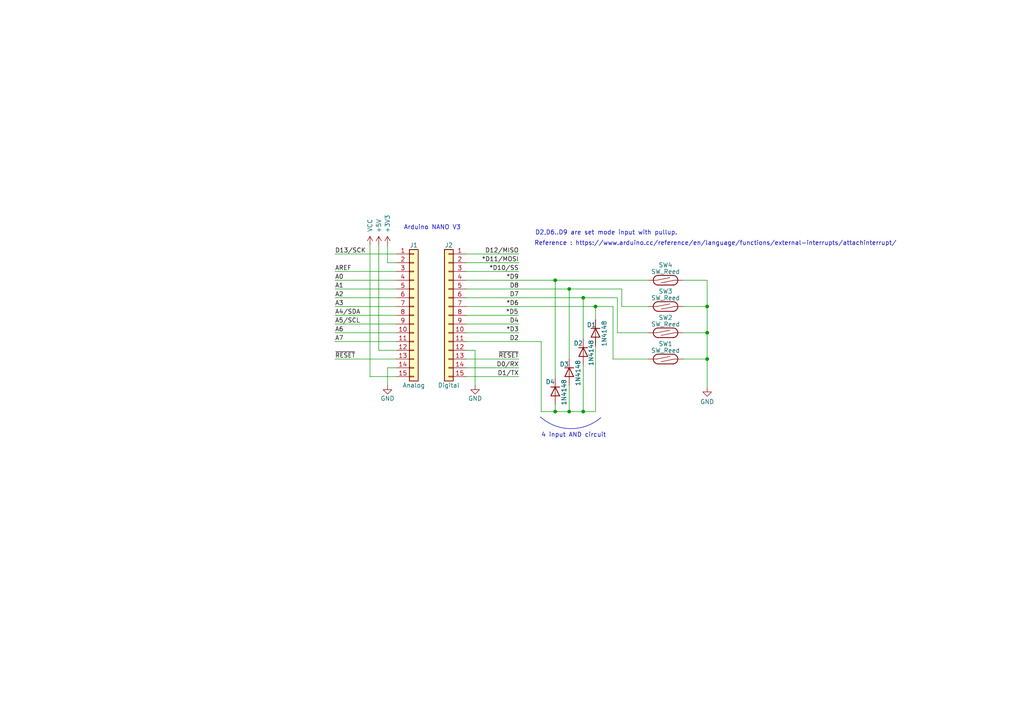
<source format=kicad_sch>
(kicad_sch (version 20230121) (generator eeschema)
  (paper "A4")
  (title_block (title "車輪の回転検出部分") (date "2023-05-19") (rev "0.01") (company "M.Horimoto @ YS Lab LLC"))
  (lib_symbols
    (symbol "Connector_Generic:Conn_01x15" (pin_names (offset 1.016) hide)
      (property "Reference" "J" (at 0 20.32 0))
      (property "Value" "Conn_01x15" (at 0 -20.32 0))
      (symbol "Conn_01x15_1_1"
        (rectangle (start -1.27 -17.653) (end 0 -17.907) (stroke (width 0.1524)))
        (rectangle (start -1.27 -15.113) (end 0 -15.367) (stroke (width 0.1524)))
        (rectangle (start -1.27 -12.573) (end 0 -12.827) (stroke (width 0.1524)))
        (rectangle (start -1.27 -10.033) (end 0 -10.287) (stroke (width 0.1524)))
        (rectangle (start -1.27 -7.493) (end 0 -7.747) (stroke (width 0.1524)))
        (rectangle (start -1.27 -4.953) (end 0 -5.207) (stroke (width 0.1524)))
        (rectangle (start -1.27 -2.413) (end 0 -2.667) (stroke (width 0.1524)))
        (rectangle (start -1.27 0.127) (end 0 -0.127) (stroke (width 0.1524)))
        (rectangle (start -1.27 2.667) (end 0 2.413) (stroke (width 0.1524)))
        (rectangle (start -1.27 5.207) (end 0 4.953) (stroke (width 0.1524)))
        (rectangle (start -1.27 7.747) (end 0 7.493) (stroke (width 0.1524)))
        (rectangle (start -1.27 10.287) (end 0 10.033) (stroke (width 0.1524)))
        (rectangle (start -1.27 12.827) (end 0 12.573) (stroke (width 0.1524)))
        (rectangle (start -1.27 15.367) (end 0 15.113) (stroke (width 0.1524)))
        (rectangle (start -1.27 17.907) (end 0 17.653) (stroke (width 0.1524)))
        (rectangle (start -1.27 19.05) (end 1.27 -19.05) (stroke (width 0.254)) (fill (type background)))
        (pin passive line (at -5.08 17.78 0) (length 3.81) (name "Pin_1") (number "1"))
        (pin passive line (at -5.08 -5.08 0) (length 3.81) (name "Pin_10") (number "10"))
        (pin passive line (at -5.08 -7.62 0) (length 3.81) (name "Pin_11") (number "11"))
        (pin passive line (at -5.08 -10.16 0) (length 3.81) (name "Pin_12") (number "12"))
        (pin passive line (at -5.08 -12.7 0) (length 3.81) (name "Pin_13") (number "13"))
        (pin passive line (at -5.08 -15.24 0) (length 3.81) (name "Pin_14") (number "14"))
        (pin passive line (at -5.08 -17.78 0) (length 3.81) (name "Pin_15") (number "15"))
        (pin passive line (at -5.08 15.24 0) (length 3.81) (name "Pin_2") (number "2"))
        (pin passive line (at -5.08 12.7 0) (length 3.81) (name "Pin_3") (number "3"))
        (pin passive line (at -5.08 10.16 0) (length 3.81) (name "Pin_4") (number "4"))
        (pin passive line (at -5.08 7.62 0) (length 3.81) (name "Pin_5") (number "5"))
        (pin passive line (at -5.08 5.08 0) (length 3.81) (name "Pin_6") (number "6"))
        (pin passive line (at -5.08 2.54 0) (length 3.81) (name "Pin_7") (number "7"))
        (pin passive line (at -5.08 0 0) (length 3.81) (name "Pin_8") (number "8"))
        (pin passive line (at -5.08 -2.54 0) (length 3.81) (name "Pin_9") (number "9"))
      )
    )
    (symbol "Diode:1N4148" (pin_numbers hide) (pin_names hide)
      (property "Reference" "D" (at 0 2.54 0))
      (property "Value" "1N4148" (at 0 -2.54 0))
      (symbol "1N4148_0_1"
        (polyline (pts (xy -1.27 1.27) (xy -1.27 -1.27)) (stroke (width 0.254)))
        (polyline (pts (xy 1.27 0) (xy -1.27 0)))
        (polyline (pts (xy 1.27 1.27) (xy 1.27 -1.27) (xy -1.27 0) (xy 1.27 1.27)) (stroke (width 0.254)))
      )
      (symbol "1N4148_1_1"
        (pin passive line (at -3.81 0 0) (length 2.54) (name "K") (number "1"))
        (pin passive line (at 3.81 0 180) (length 2.54) (name "A") (number "2"))
      )
    )
    (symbol "GND_1" (power) (pin_names (offset 0))
      (property "Value" "GND_1" (at 0 -3.81 0))
      (symbol "GND_1_0_1"
        (polyline (pts (xy 0 0) (xy 0 -1.27) (xy 1.27 -1.27) (xy 0 -2.54) (xy -1.27 -1.27) (xy 0 -1.27)))
      )
      (symbol "GND_1_1_1"
        (pin power_in line (at 0 0 270) (length 0) hide (name "GND") (number "1"))
      )
    )
    (symbol "Switch:SW_Reed" (pin_numbers hide) (pin_names (offset 0) hide)
      (property "Reference" "SW" (at 0 2.54 0))
      (property "Value" "SW_Reed" (at 0 -2.54 0))
      (symbol "SW_Reed_0_0"
        (arc (start -2.159 1.397) (mid -3.55 0) (end -2.159 -1.397) (stroke (width 0.254)))
        (polyline (pts (xy -2.54 0) (xy 1.27 0.762)))
        (polyline (pts (xy -2.159 -1.397) (xy 2.286 -1.397)) (stroke (width 0.254)))
        (polyline (pts (xy 2.159 1.397) (xy -2.159 1.397)) (stroke (width 0.254)))
        (polyline (pts (xy 2.54 0) (xy -1.27 -0.762)))
        (arc (start 2.159 -1.397) (mid 3.55 0) (end 2.159 1.397) (stroke (width 0.254)))
      )
      (symbol "SW_Reed_1_1"
        (pin passive line (at -5.08 0 0) (length 2.54) (name "1") (number "1"))
        (pin passive line (at 5.08 0 180) (length 2.54) (name "2") (number "2"))
      )
    )
    (symbol "power:+3.3V" (power) (pin_names (offset 0))
      (property "Value" "+3.3V" (at 0 3.556 0))
      (symbol "+3.3V_0_1"
        (polyline (pts (xy -0.762 1.27) (xy 0 2.54)))
        (polyline (pts (xy 0 0) (xy 0 2.54)))
        (polyline (pts (xy 0 2.54) (xy 0.762 1.27)))
      )
      (symbol "+3.3V_1_1"
        (pin power_in line (at 0 0 90) (length 0) hide (name "+3V3") (number "1"))
      )
    )
    (symbol "power:+5V" (power) (pin_names (offset 0))
      (property "Value" "+5V" (at 0 3.556 0))
      (symbol "+5V_0_1"
        (polyline (pts (xy -0.762 1.27) (xy 0 2.54)))
        (polyline (pts (xy 0 0) (xy 0 2.54)))
        (polyline (pts (xy 0 2.54) (xy 0.762 1.27)))
      )
      (symbol "+5V_1_1"
        (pin power_in line (at 0 0 90) (length 0) hide (name "+5V") (number "1"))
      )
    )
    (symbol "power:GND" (power) (pin_names (offset 0))
      (property "Value" "GND" (at 0 -3.81 0))
      (symbol "GND_0_1"
        (polyline (pts (xy 0 0) (xy 0 -1.27) (xy 1.27 -1.27) (xy 0 -2.54) (xy -1.27 -1.27) (xy 0 -1.27)))
      )
      (symbol "GND_1_1"
        (pin power_in line (at 0 0 270) (length 0) hide (name "GND") (number "1"))
      )
    )
    (symbol "power:VCC" (power) (pin_names (offset 0))
      (property "Value" "VCC" (at 0 3.81 0))
      (symbol "VCC_0_1"
        (polyline (pts (xy -0.762 1.27) (xy 0 2.54)))
        (polyline (pts (xy 0 0) (xy 0 2.54)))
        (polyline (pts (xy 0 2.54) (xy 0.762 1.27)))
      )
      (symbol "VCC_1_1"
        (pin power_in line (at 0 0 90) (length 0) hide (name "VCC") (number "1"))
      )
    )
  )
  (junction (at 172.72 88.9))
  (junction (at 161.036 81.28))
  (junction (at 205.105 104.14))
  (junction (at 169.164 119.38))
  (junction (at 161.036 119.38))
  (junction (at 205.105 96.52))
  (junction (at 165.1 83.82))
  (junction (at 169.164 86.36))
  (junction (at 205.105 88.9))
  (junction (at 165.1 119.38))
  (wire (pts (xy 135.255 106.68) (xy 150.495 106.68)))
  (wire (pts (xy 165.1 111.76) (xy 165.1 119.38)))
  (wire (pts (xy 161.036 81.28) (xy 161.036 109.728)))
  (wire (pts (xy 187.96 88.9) (xy 180.34 88.9)))
  (wire (pts (xy 165.1 119.38) (xy 169.164 119.38)))
  (wire (pts (xy 114.935 76.2) (xy 112.395 76.2)))
  (wire (pts (xy 135.255 91.44) (xy 150.368 91.44)))
  (wire (pts (xy 205.105 96.52) (xy 205.105 104.14)))
  (wire (pts (xy 187.96 96.52) (xy 179.07 96.52)))
  (wire (pts (xy 135.255 99.06) (xy 156.972 99.06)))
  (wire (pts (xy 97.155 86.36) (xy 114.935 86.36)))
  (wire (pts (xy 97.155 91.44) (xy 114.935 91.44)))
  (wire (pts (xy 109.855 71.12) (xy 109.855 101.6)))
  (wire (pts (xy 114.935 101.6) (xy 109.855 101.6)))
  (wire (pts (xy 187.96 104.14) (xy 177.8 104.14)))
  (wire (pts (xy 205.105 104.14) (xy 205.105 112.395)))
  (wire (pts (xy 205.105 88.9) (xy 205.105 96.52)))
  (wire (pts (xy 161.036 117.348) (xy 161.036 119.38)))
  (wire (pts (xy 97.155 88.9) (xy 114.935 88.9)))
  (wire (pts (xy 135.255 78.74) (xy 150.495 78.74)))
  (wire (pts (xy 156.972 99.06) (xy 156.972 119.38)))
  (wire (pts (xy 156.972 119.38) (xy 161.036 119.38)))
  (wire (pts (xy 198.12 96.52) (xy 205.105 96.52)))
  (wire (pts (xy 169.164 119.38) (xy 172.72 119.38)))
  (wire (pts (xy 135.255 83.82) (xy 165.1 83.82)))
  (wire (pts (xy 198.12 81.28) (xy 205.105 81.28)))
  (wire (pts (xy 165.1 83.82) (xy 180.34 83.82)))
  (wire (pts (xy 161.036 81.28) (xy 187.96 81.28)))
  (wire (pts (xy 161.036 119.38) (xy 165.1 119.38)))
  (wire (pts (xy 135.255 86.36) (xy 169.164 86.36)))
  (wire (pts (xy 180.34 88.9) (xy 180.34 83.82)))
  (wire (pts (xy 177.8 104.14) (xy 177.8 88.9)))
  (wire (pts (xy 169.164 105.918) (xy 169.164 119.38)))
  (wire (pts (xy 97.155 78.74) (xy 114.935 78.74)))
  (wire (pts (xy 112.395 71.12) (xy 112.395 76.2)))
  (wire (pts (xy 135.255 101.6) (xy 137.795 101.6)))
  (wire (pts (xy 135.255 73.66) (xy 150.495 73.66)))
  (wire (pts (xy 107.315 71.12) (xy 107.315 109.22)))
  (wire (pts (xy 114.935 109.22) (xy 107.315 109.22)))
  (wire (pts (xy 97.155 104.14) (xy 114.935 104.14)))
  (wire (pts (xy 135.255 88.9) (xy 172.72 88.9)))
  (wire (pts (xy 135.255 93.98) (xy 150.495 93.98)))
  (wire (pts (xy 172.72 119.38) (xy 172.72 100.33)))
  (wire (pts (xy 198.12 104.14) (xy 205.105 104.14)))
  (wire (pts (xy 97.155 81.28) (xy 114.935 81.28)))
  (wire (pts (xy 172.72 88.9) (xy 177.8 88.9)))
  (wire (pts (xy 97.155 73.66) (xy 114.935 73.66)))
  (wire (pts (xy 135.255 96.52) (xy 150.495 96.52)))
  (wire (pts (xy 97.155 99.06) (xy 114.935 99.06)))
  (wire (pts (xy 97.155 93.98) (xy 114.935 93.98)))
  (wire (pts (xy 169.164 86.36) (xy 179.07 86.36)))
  (wire (pts (xy 135.255 81.28) (xy 161.036 81.28)))
  (wire (pts (xy 135.255 104.14) (xy 150.495 104.14)))
  (wire (pts (xy 137.795 101.6) (xy 137.795 111.76)))
  (wire (pts (xy 205.105 81.28) (xy 205.105 88.9)))
  (wire (pts (xy 179.07 96.52) (xy 179.07 86.36)))
  (wire (pts (xy 135.255 109.22) (xy 150.495 109.22)))
  (wire (pts (xy 198.12 88.9) (xy 205.105 88.9)))
  (wire (pts (xy 97.155 96.52) (xy 114.935 96.52)))
  (wire (pts (xy 169.164 86.36) (xy 169.164 98.298)))
  (wire (pts (xy 165.1 83.82) (xy 165.1 104.14)))
  (wire (pts (xy 112.395 106.68) (xy 112.395 111.76)))
  (wire (pts (xy 114.935 106.68) (xy 112.395 106.68)))
  (wire (pts (xy 97.155 83.82) (xy 114.935 83.82)))
  (wire (pts (xy 135.255 76.2) (xy 150.495 76.2)))
  (wire (pts (xy 172.72 88.9) (xy 172.72 92.71)))
  (arc (start 174.244 121.158) (mid 165.4334 124.3168) (end 156.718 120.904))
  (text "4 input AND circuit" (at 156.972 127 0) (effects (font (size 1.27 1.27)) (justify left bottom)))
  (text "Reference : https://www.arduino.cc/reference/en/language/functions/external-interrupts/attachinterrupt/" (at 154.94 71.374 0) (effects (font (size 1.27 1.27)) (justify left bottom)))
  (text "Arduino NANO V3" (at 117.094 66.802 0) (effects (font (size 1.27 1.27)) (justify left bottom)))
  (text "D2,D6..D9 are set mode input with pullup." (at 155.194 68.326 0) (effects (font (size 1.27 1.27)) (justify left bottom)))
  (label "D4" (at 150.495 93.98 180))
  (label "*D5" (at 150.368 91.44 180))
  (label "A2" (at 97.155 86.36 0))
  (label "D7" (at 150.495 86.36 180))
  (label "D13{slash}SCK" (at 97.155 73.66 0))
  (label "A7" (at 97.155 99.06 0))
  (label "*D6" (at 150.495 88.9 180))
  (label "*D11{slash}MOSI" (at 150.495 76.2 180))
  (label "A1" (at 97.155 83.82 0))
  (label "A4{slash}SDA" (at 97.155 91.44 0))
  (label "A5{slash}SCL" (at 97.155 93.98 0))
  (label "A3" (at 97.155 88.9 0))
  (label "~{RESET}" (at 150.495 104.14 180))
  (label "~{RESET}" (at 97.155 104.14 0))
  (label "A6" (at 97.155 96.52 0))
  (label "A0" (at 97.155 81.28 0))
  (label "*D9" (at 150.495 81.28 180))
  (label "*D3" (at 150.495 96.52 180))
  (label "D2" (at 150.495 99.06 180))
  (label "D8" (at 150.495 83.82 180))
  (label "D1{slash}TX" (at 150.495 109.22 180))
  (label "D0{slash}RX" (at 150.495 106.68 180))
  (label "AREF" (at 97.155 78.74 0))
  (label "*D10{slash}SS" (at 150.495 78.74 180))
  (label "D12{slash}MISO" (at 150.495 73.66 180))
  (symbol (lib_id "Connector_Generic:Conn_01x15") (at 120.015 91.44 0) (unit 1)
    (property "Reference" "J1" (at 120.015 71.12 0))
    (property "Value" "Analog" (at 120.015 111.76 0))
    (property "Footprint" "Connector_PinHeader_2.54mm:PinHeader_1x15_P2.54mm_Vertical" (effects hide))
  )
  (symbol (lib_id "Connector_Generic:Conn_01x15") (at 130.175 91.44 0) (mirror y) (unit 1)
    (property "Reference" "J2" (at 130.175 71.12 0))
    (property "Value" "Digital" (at 130.175 111.76 0))
    (property "Footprint" "Connector_PinHeader_2.54mm:PinHeader_1x15_P2.54mm_Vertical" (effects hide))
  )
  (symbol (lib_id "Switch:SW_Reed") (at 193.04 96.52 0) (unit 1)
    (property "Reference" "SW2" (at 193.04 92.1131 0))
    (property "Value" "SW_Reed" (at 193.04 94.0341 0))
  )
  (symbol (lib_id "Diode:1N4148") (at 161.036 113.538 270) (unit 1)
    (property "Reference" "D4" (at 158.242 110.744 90) (effects (justify left)))
    (property "Value" "1N4148" (at 163.576 109.982 0) (effects (justify left)))
    (property "Footprint" "Diode_THT:D_DO-35_SOD27_P7.62mm_Horizontal" (effects hide))
    (property "Datasheet" "https://assets.nexperia.com/documents/data-sheet/1N4148_1N4448.pdf" (effects hide))
    (property "Sim.Device" "D" (effects hide))
    (property "Sim.Pins" "1=K 2=A" (effects hide))
  )
  (symbol (lib_id "Diode:1N4148") (at 169.164 102.108 270) (unit 1)
    (property "Reference" "D2" (at 166.37 99.568 90) (effects (justify left)))
    (property "Value" "1N4148" (at 171.45 98.552 0) (effects (justify left)))
    (property "Footprint" "Diode_THT:D_DO-35_SOD27_P7.62mm_Horizontal" (effects hide))
    (property "Datasheet" "https://assets.nexperia.com/documents/data-sheet/1N4148_1N4448.pdf" (effects hide))
    (property "Sim.Device" "D" (effects hide))
    (property "Sim.Pins" "1=K 2=A" (effects hide))
  )
  (symbol (lib_id "Switch:SW_Reed") (at 193.04 88.9 0) (unit 1)
    (property "Reference" "SW3" (at 193.04 84.4931 0))
    (property "Value" "SW_Reed" (at 193.04 86.4141 0))
  )
  (symbol (lib_id "power:+5V") (at 109.855 71.12 0) (unit 1)
    (property "Reference" "#PWR0103" (effects hide))
    (property "Value" "+5V" (at 109.855 67.564 90) (effects (justify left)))
  )
  (symbol (lib_id "power:+3.3V") (at 112.395 71.12 0) (unit 1)
    (property "Reference" "#PWR0102" (effects hide))
    (property "Value" "+3.3V" (at 112.395 67.564 90) (effects (justify left)))
  )
  (symbol (lib_id "power:VCC") (at 107.315 71.12 0) (unit 1)
    (property "Reference" "#PWR0101" (effects hide))
    (property "Value" "VCC" (at 107.315 67.31 90) (effects (justify left)))
  )
  (symbol (lib_id "Switch:SW_Reed") (at 193.04 104.14 0) (unit 1)
    (property "Reference" "SW1" (at 193.04 99.7331 0))
    (property "Value" "SW_Reed" (at 193.04 101.6541 0))
  )
  (symbol (lib_id "Diode:1N4148") (at 165.1 107.95 270) (unit 1)
    (property "Reference" "D3" (at 162.306 105.664 90) (effects (justify left)))
    (property "Value" "1N4148" (at 167.64 104.394 0) (effects (justify left)))
    (property "Footprint" "Diode_THT:D_DO-35_SOD27_P7.62mm_Horizontal" (effects hide))
    (property "Datasheet" "https://assets.nexperia.com/documents/data-sheet/1N4148_1N4448.pdf" (effects hide))
    (property "Sim.Device" "D" (effects hide))
    (property "Sim.Pins" "1=K 2=A" (effects hide))
  )
  (symbol (lib_name "GND_1") (lib_id "power:GND") (at 205.105 112.395 0) (unit 1)
    (property "Reference" "#PWR01" (effects hide))
    (property "Value" "GND" (at 205.105 116.5305 0))
  )
  (symbol (lib_id "power:GND") (at 137.795 111.76 0) (unit 1)
    (property "Reference" "#PWR0105" (effects hide))
    (property "Value" "GND" (at 137.795 115.57 0))
  )
  (symbol (lib_id "Diode:1N4148") (at 172.72 96.52 270) (unit 1)
    (property "Reference" "D1" (at 170.18 94.234 90) (effects (justify left)))
    (property "Value" "1N4148" (at 175.26 92.964 0) (effects (justify left)))
    (property "Footprint" "Diode_THT:D_DO-35_SOD27_P7.62mm_Horizontal" (effects hide))
    (property "Datasheet" "https://assets.nexperia.com/documents/data-sheet/1N4148_1N4448.pdf" (effects hide))
    (property "Sim.Device" "D" (effects hide))
    (property "Sim.Pins" "1=K 2=A" (effects hide))
  )
  (symbol (lib_id "Switch:SW_Reed") (at 193.04 81.28 0) (unit 1)
    (property "Reference" "SW4" (at 193.04 76.8731 0))
    (property "Value" "SW_Reed" (at 193.04 78.7941 0))
  )
  (symbol (lib_id "power:GND") (at 112.395 111.76 0) (unit 1)
    (property "Reference" "#PWR0104" (effects hide))
    (property "Value" "GND" (at 112.395 115.57 0))
  )
)
</source>
